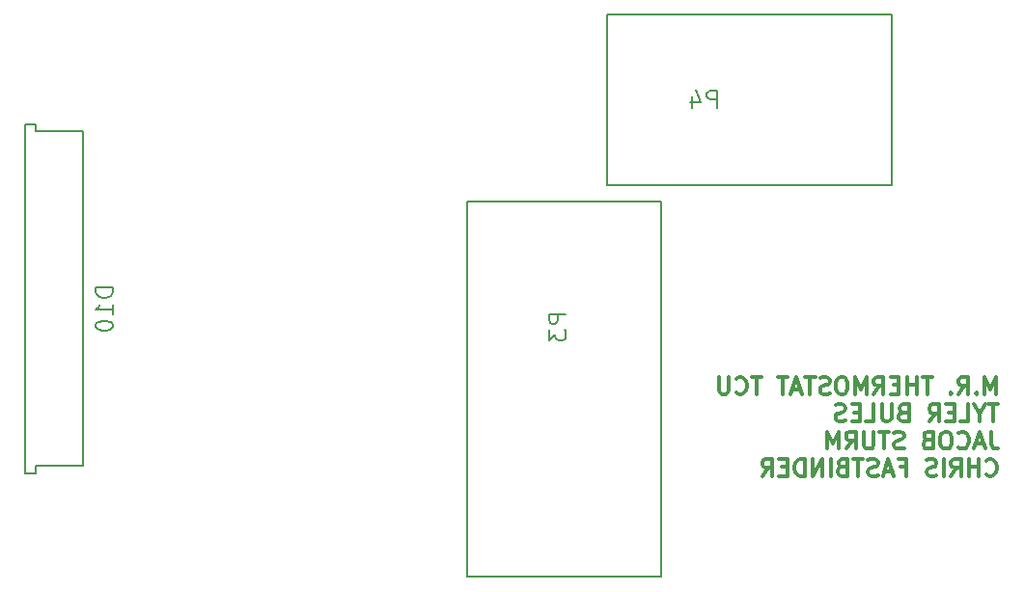
<source format=gbo>
G04 #@! TF.FileFunction,Legend,Bot*
%FSLAX46Y46*%
G04 Gerber Fmt 4.6, Leading zero omitted, Abs format (unit mm)*
G04 Created by KiCad (PCBNEW (2014-12-04 BZR 5312)-product) date 2/1/2015 4:03:18 PM*
%MOMM*%
G01*
G04 APERTURE LIST*
%ADD10C,0.100000*%
%ADD11C,0.300000*%
%ADD12C,0.150000*%
G04 APERTURE END LIST*
D10*
D11*
X151788857Y-53974571D02*
X151788857Y-52474571D01*
X151288857Y-53546000D01*
X150788857Y-52474571D01*
X150788857Y-53974571D01*
X150074571Y-53831714D02*
X150003143Y-53903143D01*
X150074571Y-53974571D01*
X150146000Y-53903143D01*
X150074571Y-53831714D01*
X150074571Y-53974571D01*
X148503142Y-53974571D02*
X149003142Y-53260286D01*
X149360285Y-53974571D02*
X149360285Y-52474571D01*
X148788857Y-52474571D01*
X148645999Y-52546000D01*
X148574571Y-52617429D01*
X148503142Y-52760286D01*
X148503142Y-52974571D01*
X148574571Y-53117429D01*
X148645999Y-53188857D01*
X148788857Y-53260286D01*
X149360285Y-53260286D01*
X147860285Y-53831714D02*
X147788857Y-53903143D01*
X147860285Y-53974571D01*
X147931714Y-53903143D01*
X147860285Y-53831714D01*
X147860285Y-53974571D01*
X146217428Y-52474571D02*
X145360285Y-52474571D01*
X145788856Y-53974571D02*
X145788856Y-52474571D01*
X144860285Y-53974571D02*
X144860285Y-52474571D01*
X144860285Y-53188857D02*
X144003142Y-53188857D01*
X144003142Y-53974571D02*
X144003142Y-52474571D01*
X143288856Y-53188857D02*
X142788856Y-53188857D01*
X142574570Y-53974571D02*
X143288856Y-53974571D01*
X143288856Y-52474571D01*
X142574570Y-52474571D01*
X141074570Y-53974571D02*
X141574570Y-53260286D01*
X141931713Y-53974571D02*
X141931713Y-52474571D01*
X141360285Y-52474571D01*
X141217427Y-52546000D01*
X141145999Y-52617429D01*
X141074570Y-52760286D01*
X141074570Y-52974571D01*
X141145999Y-53117429D01*
X141217427Y-53188857D01*
X141360285Y-53260286D01*
X141931713Y-53260286D01*
X140431713Y-53974571D02*
X140431713Y-52474571D01*
X139931713Y-53546000D01*
X139431713Y-52474571D01*
X139431713Y-53974571D01*
X138431713Y-52474571D02*
X138145999Y-52474571D01*
X138003141Y-52546000D01*
X137860284Y-52688857D01*
X137788856Y-52974571D01*
X137788856Y-53474571D01*
X137860284Y-53760286D01*
X138003141Y-53903143D01*
X138145999Y-53974571D01*
X138431713Y-53974571D01*
X138574570Y-53903143D01*
X138717427Y-53760286D01*
X138788856Y-53474571D01*
X138788856Y-52974571D01*
X138717427Y-52688857D01*
X138574570Y-52546000D01*
X138431713Y-52474571D01*
X137217427Y-53903143D02*
X137003141Y-53974571D01*
X136645998Y-53974571D01*
X136503141Y-53903143D01*
X136431712Y-53831714D01*
X136360284Y-53688857D01*
X136360284Y-53546000D01*
X136431712Y-53403143D01*
X136503141Y-53331714D01*
X136645998Y-53260286D01*
X136931712Y-53188857D01*
X137074570Y-53117429D01*
X137145998Y-53046000D01*
X137217427Y-52903143D01*
X137217427Y-52760286D01*
X137145998Y-52617429D01*
X137074570Y-52546000D01*
X136931712Y-52474571D01*
X136574570Y-52474571D01*
X136360284Y-52546000D01*
X135931713Y-52474571D02*
X135074570Y-52474571D01*
X135503141Y-53974571D02*
X135503141Y-52474571D01*
X134645999Y-53546000D02*
X133931713Y-53546000D01*
X134788856Y-53974571D02*
X134288856Y-52474571D01*
X133788856Y-53974571D01*
X133503142Y-52474571D02*
X132645999Y-52474571D01*
X133074570Y-53974571D02*
X133074570Y-52474571D01*
X131217428Y-52474571D02*
X130360285Y-52474571D01*
X130788856Y-53974571D02*
X130788856Y-52474571D01*
X129003142Y-53831714D02*
X129074571Y-53903143D01*
X129288857Y-53974571D01*
X129431714Y-53974571D01*
X129645999Y-53903143D01*
X129788857Y-53760286D01*
X129860285Y-53617429D01*
X129931714Y-53331714D01*
X129931714Y-53117429D01*
X129860285Y-52831714D01*
X129788857Y-52688857D01*
X129645999Y-52546000D01*
X129431714Y-52474571D01*
X129288857Y-52474571D01*
X129074571Y-52546000D01*
X129003142Y-52617429D01*
X128360285Y-52474571D02*
X128360285Y-53688857D01*
X128288857Y-53831714D01*
X128217428Y-53903143D01*
X128074571Y-53974571D01*
X127788857Y-53974571D01*
X127645999Y-53903143D01*
X127574571Y-53831714D01*
X127503142Y-53688857D01*
X127503142Y-52474571D01*
X152003143Y-54874571D02*
X151146000Y-54874571D01*
X151574571Y-56374571D02*
X151574571Y-54874571D01*
X150360286Y-55660286D02*
X150360286Y-56374571D01*
X150860286Y-54874571D02*
X150360286Y-55660286D01*
X149860286Y-54874571D01*
X148646000Y-56374571D02*
X149360286Y-56374571D01*
X149360286Y-54874571D01*
X148146000Y-55588857D02*
X147646000Y-55588857D01*
X147431714Y-56374571D02*
X148146000Y-56374571D01*
X148146000Y-54874571D01*
X147431714Y-54874571D01*
X145931714Y-56374571D02*
X146431714Y-55660286D01*
X146788857Y-56374571D02*
X146788857Y-54874571D01*
X146217429Y-54874571D01*
X146074571Y-54946000D01*
X146003143Y-55017429D01*
X145931714Y-55160286D01*
X145931714Y-55374571D01*
X146003143Y-55517429D01*
X146074571Y-55588857D01*
X146217429Y-55660286D01*
X146788857Y-55660286D01*
X143646000Y-55588857D02*
X143431714Y-55660286D01*
X143360286Y-55731714D01*
X143288857Y-55874571D01*
X143288857Y-56088857D01*
X143360286Y-56231714D01*
X143431714Y-56303143D01*
X143574572Y-56374571D01*
X144146000Y-56374571D01*
X144146000Y-54874571D01*
X143646000Y-54874571D01*
X143503143Y-54946000D01*
X143431714Y-55017429D01*
X143360286Y-55160286D01*
X143360286Y-55303143D01*
X143431714Y-55446000D01*
X143503143Y-55517429D01*
X143646000Y-55588857D01*
X144146000Y-55588857D01*
X142646000Y-54874571D02*
X142646000Y-56088857D01*
X142574572Y-56231714D01*
X142503143Y-56303143D01*
X142360286Y-56374571D01*
X142074572Y-56374571D01*
X141931714Y-56303143D01*
X141860286Y-56231714D01*
X141788857Y-56088857D01*
X141788857Y-54874571D01*
X140360285Y-56374571D02*
X141074571Y-56374571D01*
X141074571Y-54874571D01*
X139860285Y-55588857D02*
X139360285Y-55588857D01*
X139145999Y-56374571D02*
X139860285Y-56374571D01*
X139860285Y-54874571D01*
X139145999Y-54874571D01*
X138574571Y-56303143D02*
X138360285Y-56374571D01*
X138003142Y-56374571D01*
X137860285Y-56303143D01*
X137788856Y-56231714D01*
X137717428Y-56088857D01*
X137717428Y-55946000D01*
X137788856Y-55803143D01*
X137860285Y-55731714D01*
X138003142Y-55660286D01*
X138288856Y-55588857D01*
X138431714Y-55517429D01*
X138503142Y-55446000D01*
X138574571Y-55303143D01*
X138574571Y-55160286D01*
X138503142Y-55017429D01*
X138431714Y-54946000D01*
X138288856Y-54874571D01*
X137931714Y-54874571D01*
X137717428Y-54946000D01*
X151360286Y-57274571D02*
X151360286Y-58346000D01*
X151431714Y-58560286D01*
X151574571Y-58703143D01*
X151788857Y-58774571D01*
X151931714Y-58774571D01*
X150717429Y-58346000D02*
X150003143Y-58346000D01*
X150860286Y-58774571D02*
X150360286Y-57274571D01*
X149860286Y-58774571D01*
X148503143Y-58631714D02*
X148574572Y-58703143D01*
X148788858Y-58774571D01*
X148931715Y-58774571D01*
X149146000Y-58703143D01*
X149288858Y-58560286D01*
X149360286Y-58417429D01*
X149431715Y-58131714D01*
X149431715Y-57917429D01*
X149360286Y-57631714D01*
X149288858Y-57488857D01*
X149146000Y-57346000D01*
X148931715Y-57274571D01*
X148788858Y-57274571D01*
X148574572Y-57346000D01*
X148503143Y-57417429D01*
X147574572Y-57274571D02*
X147288858Y-57274571D01*
X147146000Y-57346000D01*
X147003143Y-57488857D01*
X146931715Y-57774571D01*
X146931715Y-58274571D01*
X147003143Y-58560286D01*
X147146000Y-58703143D01*
X147288858Y-58774571D01*
X147574572Y-58774571D01*
X147717429Y-58703143D01*
X147860286Y-58560286D01*
X147931715Y-58274571D01*
X147931715Y-57774571D01*
X147860286Y-57488857D01*
X147717429Y-57346000D01*
X147574572Y-57274571D01*
X145788857Y-57988857D02*
X145574571Y-58060286D01*
X145503143Y-58131714D01*
X145431714Y-58274571D01*
X145431714Y-58488857D01*
X145503143Y-58631714D01*
X145574571Y-58703143D01*
X145717429Y-58774571D01*
X146288857Y-58774571D01*
X146288857Y-57274571D01*
X145788857Y-57274571D01*
X145646000Y-57346000D01*
X145574571Y-57417429D01*
X145503143Y-57560286D01*
X145503143Y-57703143D01*
X145574571Y-57846000D01*
X145646000Y-57917429D01*
X145788857Y-57988857D01*
X146288857Y-57988857D01*
X143717429Y-58703143D02*
X143503143Y-58774571D01*
X143146000Y-58774571D01*
X143003143Y-58703143D01*
X142931714Y-58631714D01*
X142860286Y-58488857D01*
X142860286Y-58346000D01*
X142931714Y-58203143D01*
X143003143Y-58131714D01*
X143146000Y-58060286D01*
X143431714Y-57988857D01*
X143574572Y-57917429D01*
X143646000Y-57846000D01*
X143717429Y-57703143D01*
X143717429Y-57560286D01*
X143646000Y-57417429D01*
X143574572Y-57346000D01*
X143431714Y-57274571D01*
X143074572Y-57274571D01*
X142860286Y-57346000D01*
X142431715Y-57274571D02*
X141574572Y-57274571D01*
X142003143Y-58774571D02*
X142003143Y-57274571D01*
X141074572Y-57274571D02*
X141074572Y-58488857D01*
X141003144Y-58631714D01*
X140931715Y-58703143D01*
X140788858Y-58774571D01*
X140503144Y-58774571D01*
X140360286Y-58703143D01*
X140288858Y-58631714D01*
X140217429Y-58488857D01*
X140217429Y-57274571D01*
X138646000Y-58774571D02*
X139146000Y-58060286D01*
X139503143Y-58774571D02*
X139503143Y-57274571D01*
X138931715Y-57274571D01*
X138788857Y-57346000D01*
X138717429Y-57417429D01*
X138646000Y-57560286D01*
X138646000Y-57774571D01*
X138717429Y-57917429D01*
X138788857Y-57988857D01*
X138931715Y-58060286D01*
X139503143Y-58060286D01*
X138003143Y-58774571D02*
X138003143Y-57274571D01*
X137503143Y-58346000D01*
X137003143Y-57274571D01*
X137003143Y-58774571D01*
X150931714Y-61031714D02*
X151003143Y-61103143D01*
X151217429Y-61174571D01*
X151360286Y-61174571D01*
X151574571Y-61103143D01*
X151717429Y-60960286D01*
X151788857Y-60817429D01*
X151860286Y-60531714D01*
X151860286Y-60317429D01*
X151788857Y-60031714D01*
X151717429Y-59888857D01*
X151574571Y-59746000D01*
X151360286Y-59674571D01*
X151217429Y-59674571D01*
X151003143Y-59746000D01*
X150931714Y-59817429D01*
X150288857Y-61174571D02*
X150288857Y-59674571D01*
X150288857Y-60388857D02*
X149431714Y-60388857D01*
X149431714Y-61174571D02*
X149431714Y-59674571D01*
X147860285Y-61174571D02*
X148360285Y-60460286D01*
X148717428Y-61174571D02*
X148717428Y-59674571D01*
X148146000Y-59674571D01*
X148003142Y-59746000D01*
X147931714Y-59817429D01*
X147860285Y-59960286D01*
X147860285Y-60174571D01*
X147931714Y-60317429D01*
X148003142Y-60388857D01*
X148146000Y-60460286D01*
X148717428Y-60460286D01*
X147217428Y-61174571D02*
X147217428Y-59674571D01*
X146574571Y-61103143D02*
X146360285Y-61174571D01*
X146003142Y-61174571D01*
X145860285Y-61103143D01*
X145788856Y-61031714D01*
X145717428Y-60888857D01*
X145717428Y-60746000D01*
X145788856Y-60603143D01*
X145860285Y-60531714D01*
X146003142Y-60460286D01*
X146288856Y-60388857D01*
X146431714Y-60317429D01*
X146503142Y-60246000D01*
X146574571Y-60103143D01*
X146574571Y-59960286D01*
X146503142Y-59817429D01*
X146431714Y-59746000D01*
X146288856Y-59674571D01*
X145931714Y-59674571D01*
X145717428Y-59746000D01*
X143431714Y-60388857D02*
X143931714Y-60388857D01*
X143931714Y-61174571D02*
X143931714Y-59674571D01*
X143217428Y-59674571D01*
X142717429Y-60746000D02*
X142003143Y-60746000D01*
X142860286Y-61174571D02*
X142360286Y-59674571D01*
X141860286Y-61174571D01*
X141431715Y-61103143D02*
X141217429Y-61174571D01*
X140860286Y-61174571D01*
X140717429Y-61103143D01*
X140646000Y-61031714D01*
X140574572Y-60888857D01*
X140574572Y-60746000D01*
X140646000Y-60603143D01*
X140717429Y-60531714D01*
X140860286Y-60460286D01*
X141146000Y-60388857D01*
X141288858Y-60317429D01*
X141360286Y-60246000D01*
X141431715Y-60103143D01*
X141431715Y-59960286D01*
X141360286Y-59817429D01*
X141288858Y-59746000D01*
X141146000Y-59674571D01*
X140788858Y-59674571D01*
X140574572Y-59746000D01*
X140146001Y-59674571D02*
X139288858Y-59674571D01*
X139717429Y-61174571D02*
X139717429Y-59674571D01*
X138288858Y-60388857D02*
X138074572Y-60460286D01*
X138003144Y-60531714D01*
X137931715Y-60674571D01*
X137931715Y-60888857D01*
X138003144Y-61031714D01*
X138074572Y-61103143D01*
X138217430Y-61174571D01*
X138788858Y-61174571D01*
X138788858Y-59674571D01*
X138288858Y-59674571D01*
X138146001Y-59746000D01*
X138074572Y-59817429D01*
X138003144Y-59960286D01*
X138003144Y-60103143D01*
X138074572Y-60246000D01*
X138146001Y-60317429D01*
X138288858Y-60388857D01*
X138788858Y-60388857D01*
X137288858Y-61174571D02*
X137288858Y-59674571D01*
X136574572Y-61174571D02*
X136574572Y-59674571D01*
X135717429Y-61174571D01*
X135717429Y-59674571D01*
X135003143Y-61174571D02*
X135003143Y-59674571D01*
X134646000Y-59674571D01*
X134431715Y-59746000D01*
X134288857Y-59888857D01*
X134217429Y-60031714D01*
X134146000Y-60317429D01*
X134146000Y-60531714D01*
X134217429Y-60817429D01*
X134288857Y-60960286D01*
X134431715Y-61103143D01*
X134646000Y-61174571D01*
X135003143Y-61174571D01*
X133503143Y-60388857D02*
X133003143Y-60388857D01*
X132788857Y-61174571D02*
X133503143Y-61174571D01*
X133503143Y-59674571D01*
X132788857Y-59674571D01*
X131288857Y-61174571D02*
X131788857Y-60460286D01*
X132146000Y-61174571D02*
X132146000Y-59674571D01*
X131574572Y-59674571D01*
X131431714Y-59746000D01*
X131360286Y-59817429D01*
X131288857Y-59960286D01*
X131288857Y-60174571D01*
X131360286Y-60317429D01*
X131431714Y-60388857D01*
X131574572Y-60460286D01*
X132146000Y-60460286D01*
D12*
X122396000Y-37040000D02*
X122396000Y-70040000D01*
X105396000Y-37040000D02*
X122396000Y-37040000D01*
X105396000Y-70040000D02*
X105396000Y-37040000D01*
X122396000Y-70040000D02*
X105396000Y-70040000D01*
X142684000Y-20638000D02*
X117684000Y-20638000D01*
X142684000Y-35638000D02*
X142684000Y-20638000D01*
X117684000Y-35638000D02*
X142684000Y-35638000D01*
X117684000Y-20638000D02*
X117684000Y-35638000D01*
X67541001Y-30303425D02*
X66641001Y-30303425D01*
X66641001Y-30303425D02*
X66641001Y-60903425D01*
X67541001Y-30303425D02*
X67541001Y-30903425D01*
X70641001Y-60303425D02*
X67541001Y-60303425D01*
X67541001Y-60303425D02*
X67541001Y-60903425D01*
X67541001Y-60903425D02*
X66641001Y-60903425D01*
X70641001Y-60303425D02*
X71741001Y-60303425D01*
X71741001Y-60303425D02*
X71741001Y-30903425D01*
X71741001Y-30903425D02*
X67541001Y-30903425D01*
X114074571Y-46932858D02*
X112574571Y-46932858D01*
X112574571Y-47504286D01*
X112646000Y-47647144D01*
X112717429Y-47718572D01*
X112860286Y-47790001D01*
X113074571Y-47790001D01*
X113217429Y-47718572D01*
X113288857Y-47647144D01*
X113360286Y-47504286D01*
X113360286Y-46932858D01*
X112574571Y-48290001D02*
X112574571Y-49218572D01*
X113146000Y-48718572D01*
X113146000Y-48932858D01*
X113217429Y-49075715D01*
X113288857Y-49147144D01*
X113431714Y-49218572D01*
X113788857Y-49218572D01*
X113931714Y-49147144D01*
X114003143Y-49075715D01*
X114074571Y-48932858D01*
X114074571Y-48504286D01*
X114003143Y-48361429D01*
X113931714Y-48290001D01*
X127291142Y-28816571D02*
X127291142Y-27316571D01*
X126719714Y-27316571D01*
X126576856Y-27388000D01*
X126505428Y-27459429D01*
X126433999Y-27602286D01*
X126433999Y-27816571D01*
X126505428Y-27959429D01*
X126576856Y-28030857D01*
X126719714Y-28102286D01*
X127291142Y-28102286D01*
X125148285Y-27816571D02*
X125148285Y-28816571D01*
X125505428Y-27245143D02*
X125862571Y-28316571D01*
X124933999Y-28316571D01*
X74349429Y-44631428D02*
X72825429Y-44631428D01*
X72825429Y-44994285D01*
X72898000Y-45212000D01*
X73043143Y-45357142D01*
X73188286Y-45429714D01*
X73478571Y-45502285D01*
X73696286Y-45502285D01*
X73986571Y-45429714D01*
X74131714Y-45357142D01*
X74276857Y-45212000D01*
X74349429Y-44994285D01*
X74349429Y-44631428D01*
X74349429Y-46953714D02*
X74349429Y-46082857D01*
X74349429Y-46518285D02*
X72825429Y-46518285D01*
X73043143Y-46373142D01*
X73188286Y-46228000D01*
X73260857Y-46082857D01*
X72825429Y-47897143D02*
X72825429Y-48042286D01*
X72898000Y-48187429D01*
X72970571Y-48260000D01*
X73115714Y-48332571D01*
X73406000Y-48405143D01*
X73768857Y-48405143D01*
X74059143Y-48332571D01*
X74204286Y-48260000D01*
X74276857Y-48187429D01*
X74349429Y-48042286D01*
X74349429Y-47897143D01*
X74276857Y-47752000D01*
X74204286Y-47679429D01*
X74059143Y-47606857D01*
X73768857Y-47534286D01*
X73406000Y-47534286D01*
X73115714Y-47606857D01*
X72970571Y-47679429D01*
X72898000Y-47752000D01*
X72825429Y-47897143D01*
M02*

</source>
